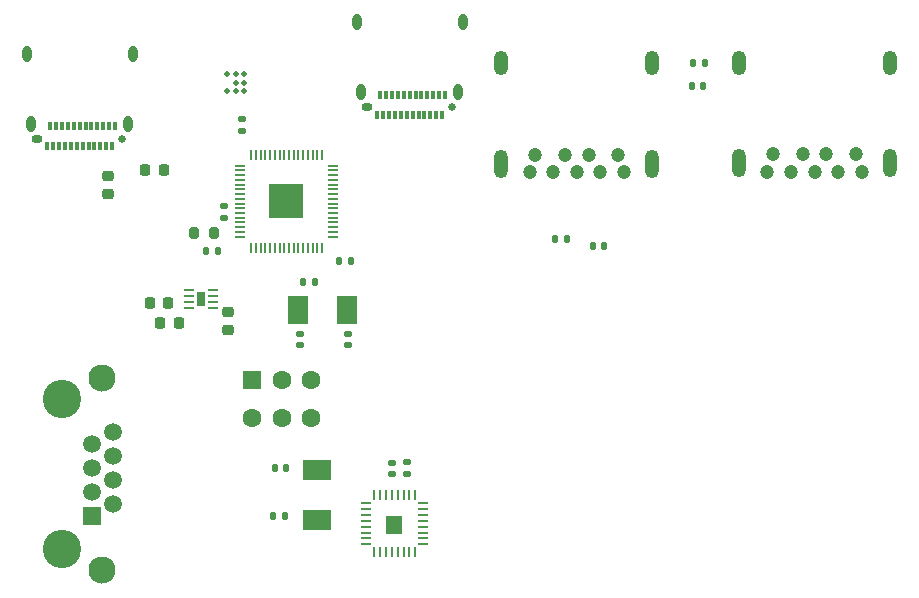
<source format=gts>
%TF.GenerationSoftware,KiCad,Pcbnew,(6.99.0-818-g79c7d55a40)*%
%TF.CreationDate,2022-02-15T05:40:37+08:00*%
%TF.ProjectId,Project,50726f6a-6563-4742-9e6b-696361645f70,rev?*%
%TF.SameCoordinates,Original*%
%TF.FileFunction,Soldermask,Top*%
%TF.FilePolarity,Negative*%
%FSLAX46Y46*%
G04 Gerber Fmt 4.6, Leading zero omitted, Abs format (unit mm)*
G04 Created by KiCad (PCBNEW (6.99.0-818-g79c7d55a40)) date 2022-02-15 05:40:37*
%MOMM*%
%LPD*%
G01*
G04 APERTURE LIST*
G04 Aperture macros list*
%AMRoundRect*
0 Rectangle with rounded corners*
0 $1 Rounding radius*
0 $2 $3 $4 $5 $6 $7 $8 $9 X,Y pos of 4 corners*
0 Add a 4 corners polygon primitive as box body*
4,1,4,$2,$3,$4,$5,$6,$7,$8,$9,$2,$3,0*
0 Add four circle primitives for the rounded corners*
1,1,$1+$1,$2,$3*
1,1,$1+$1,$4,$5*
1,1,$1+$1,$6,$7*
1,1,$1+$1,$8,$9*
0 Add four rect primitives between the rounded corners*
20,1,$1+$1,$2,$3,$4,$5,0*
20,1,$1+$1,$4,$5,$6,$7,0*
20,1,$1+$1,$6,$7,$8,$9,0*
20,1,$1+$1,$8,$9,$2,$3,0*%
G04 Aperture macros list end*
%ADD10O,0.950000X0.650000*%
%ADD11C,0.650000*%
%ADD12R,0.300000X0.700000*%
%ADD13O,0.800000X1.400000*%
%ADD14RoundRect,0.140000X-0.140000X-0.170000X0.140000X-0.170000X0.140000X0.170000X-0.140000X0.170000X0*%
%ADD15C,0.500000*%
%ADD16RoundRect,0.050000X0.350000X0.050000X-0.350000X0.050000X-0.350000X-0.050000X0.350000X-0.050000X0*%
%ADD17RoundRect,0.050000X0.050000X0.350000X-0.050000X0.350000X-0.050000X-0.350000X0.050000X-0.350000X0*%
%ADD18R,2.975000X2.875000*%
%ADD19R,2.400000X1.800000*%
%ADD20RoundRect,0.140000X0.170000X-0.140000X0.170000X0.140000X-0.170000X0.140000X-0.170000X-0.140000X0*%
%ADD21RoundRect,0.062500X-0.062500X0.375000X-0.062500X-0.375000X0.062500X-0.375000X0.062500X0.375000X0*%
%ADD22RoundRect,0.062500X-0.375000X0.062500X-0.375000X-0.062500X0.375000X-0.062500X0.375000X0.062500X0*%
%ADD23R,1.350000X1.500000*%
%ADD24RoundRect,0.135000X0.185000X-0.135000X0.185000X0.135000X-0.185000X0.135000X-0.185000X-0.135000X0*%
%ADD25RoundRect,0.135000X-0.135000X-0.185000X0.135000X-0.185000X0.135000X0.185000X-0.135000X0.185000X0*%
%ADD26R,1.800000X2.400000*%
%ADD27RoundRect,0.225000X-0.225000X-0.250000X0.225000X-0.250000X0.225000X0.250000X-0.225000X0.250000X0*%
%ADD28RoundRect,0.218750X-0.256250X0.218750X-0.256250X-0.218750X0.256250X-0.218750X0.256250X0.218750X0*%
%ADD29RoundRect,0.062500X-0.325000X-0.062500X0.325000X-0.062500X0.325000X0.062500X-0.325000X0.062500X0*%
%ADD30R,0.800000X1.200000*%
%ADD31R,1.600000X1.600000*%
%ADD32C,1.600000*%
%ADD33RoundRect,0.200000X-0.200000X-0.275000X0.200000X-0.275000X0.200000X0.275000X-0.200000X0.275000X0*%
%ADD34RoundRect,0.218750X-0.218750X-0.256250X0.218750X-0.256250X0.218750X0.256250X-0.218750X0.256250X0*%
%ADD35RoundRect,0.225000X0.250000X-0.225000X0.250000X0.225000X-0.250000X0.225000X-0.250000X-0.225000X0*%
%ADD36C,1.200000*%
%ADD37O,1.200000X2.400000*%
%ADD38O,1.200000X2.100000*%
%ADD39C,3.250000*%
%ADD40R,1.500000X1.500000*%
%ADD41C,1.500000*%
%ADD42C,2.300000*%
G04 APERTURE END LIST*
D10*
%TO.C,REF\u002A\u002A*%
X45294999Y-21758999D03*
D11*
X52495000Y-21759000D03*
D12*
X51644999Y-22418999D03*
X51144999Y-22418999D03*
X50644999Y-22418999D03*
X50144999Y-22418999D03*
X49644999Y-22418999D03*
X49144999Y-22418999D03*
X48644999Y-22418999D03*
X48144999Y-22418999D03*
X47644999Y-22418999D03*
X47144999Y-22418999D03*
X46644999Y-22418999D03*
X46144999Y-22418999D03*
X46394999Y-20718999D03*
X46894999Y-20718999D03*
X47394999Y-20718999D03*
X47894999Y-20718999D03*
X48394999Y-20718999D03*
X48894999Y-20718999D03*
X49394999Y-20718999D03*
X49894999Y-20718999D03*
X50394999Y-20718999D03*
X50894999Y-20718999D03*
X51394999Y-20718999D03*
X51894999Y-20718999D03*
D13*
X44404999Y-14558999D03*
X53384999Y-14558999D03*
X53024999Y-20508999D03*
X44764999Y-20508999D03*
%TD*%
D14*
%TO.C,C8*%
X72926000Y-18034000D03*
X73886000Y-18034000D03*
%TD*%
%TO.C,C10*%
X72799000Y-19939000D03*
X73759000Y-19939000D03*
%TD*%
D15*
%TO.C,U4*%
X34863000Y-20385000D03*
X34163000Y-20385000D03*
X33463000Y-20385000D03*
X34863000Y-19685000D03*
X34163000Y-19685000D03*
X34863000Y-18985000D03*
X34163000Y-18985000D03*
X33463000Y-18985000D03*
%TD*%
D16*
%TO.C,U2*%
X42431000Y-32718000D03*
X42431000Y-32318000D03*
X42431000Y-31918000D03*
X42431000Y-31518000D03*
X42431000Y-31118000D03*
X42431000Y-30718000D03*
X42431000Y-30318000D03*
X42431000Y-29918000D03*
X42431000Y-29518000D03*
X42431000Y-29118000D03*
X42431000Y-28718000D03*
X42431000Y-28318000D03*
X42431000Y-27918000D03*
X42431000Y-27518000D03*
X42431000Y-27118000D03*
X42431000Y-26718000D03*
D17*
X41481000Y-25768000D03*
X41081000Y-25768000D03*
X40681000Y-25768000D03*
X40281000Y-25768000D03*
X39881000Y-25768000D03*
X39481000Y-25768000D03*
X39081000Y-25768000D03*
X38681000Y-25768000D03*
X38281000Y-25768000D03*
X37881000Y-25768000D03*
X37481000Y-25768000D03*
X37081000Y-25768000D03*
X36681000Y-25768000D03*
X36281000Y-25768000D03*
X35881000Y-25768000D03*
X35481000Y-25768000D03*
D16*
X34531000Y-26718000D03*
X34531000Y-27118000D03*
X34531000Y-27518000D03*
X34531000Y-27918000D03*
X34531000Y-28318000D03*
X34531000Y-28718000D03*
X34531000Y-29118000D03*
X34531000Y-29518000D03*
X34531000Y-29918000D03*
X34531000Y-30318000D03*
X34531000Y-30718000D03*
X34531000Y-31118000D03*
X34531000Y-31518000D03*
X34531000Y-31918000D03*
X34531000Y-32318000D03*
X34531000Y-32718000D03*
D17*
X35481000Y-33668000D03*
X35881000Y-33668000D03*
X36281000Y-33668000D03*
X36681000Y-33668000D03*
X37081000Y-33668000D03*
X37481000Y-33668000D03*
X37881000Y-33668000D03*
X38281000Y-33668000D03*
X38681000Y-33668000D03*
X39081000Y-33668000D03*
X39481000Y-33668000D03*
X39881000Y-33668000D03*
X40281000Y-33668000D03*
X40681000Y-33668000D03*
X41081000Y-33668000D03*
X41481000Y-33668000D03*
D18*
X38430999Y-29717999D03*
%TD*%
D14*
%TO.C,C16*%
X37366000Y-56388000D03*
X38326000Y-56388000D03*
%TD*%
%TO.C,C15*%
X37493000Y-52324000D03*
X38453000Y-52324000D03*
%TD*%
D19*
%TO.C,Y2*%
X41071999Y-56709999D03*
X41071999Y-52509999D03*
%TD*%
D20*
%TO.C,C14*%
X47371000Y-52804000D03*
X47371000Y-51844000D03*
%TD*%
D21*
%TO.C,U3*%
X49375000Y-54585500D03*
X48875000Y-54585500D03*
X48375000Y-54585500D03*
X47875000Y-54585500D03*
X47375000Y-54585500D03*
X46875000Y-54585500D03*
X46375000Y-54585500D03*
X45875000Y-54585500D03*
D22*
X45187500Y-55273000D03*
X45187500Y-55773000D03*
X45187500Y-56273000D03*
X45187500Y-56773000D03*
X45187500Y-57273000D03*
X45187500Y-57773000D03*
X45187500Y-58273000D03*
X45187500Y-58773000D03*
D21*
X45875000Y-59460500D03*
X46375000Y-59460500D03*
X46875000Y-59460500D03*
X47375000Y-59460500D03*
X47875000Y-59460500D03*
X48375000Y-59460500D03*
X48875000Y-59460500D03*
X49375000Y-59460500D03*
D22*
X50062500Y-58773000D03*
X50062500Y-58273000D03*
X50062500Y-57773000D03*
X50062500Y-57273000D03*
X50062500Y-56773000D03*
X50062500Y-56273000D03*
X50062500Y-55773000D03*
X50062500Y-55273000D03*
D23*
X47574999Y-57122999D03*
%TD*%
D24*
%TO.C,R12*%
X48641000Y-52834000D03*
X48641000Y-51814000D03*
%TD*%
%TO.C,R9*%
X34671000Y-23751000D03*
X34671000Y-22731000D03*
%TD*%
D14*
%TO.C,C9*%
X64417000Y-33528000D03*
X65377000Y-33528000D03*
%TD*%
%TO.C,C11*%
X61242000Y-32893000D03*
X62202000Y-32893000D03*
%TD*%
D25*
%TO.C,R7*%
X31621000Y-33909000D03*
X32641000Y-33909000D03*
%TD*%
%TO.C,R4*%
X42924000Y-34798000D03*
X43944000Y-34798000D03*
%TD*%
D20*
%TO.C,C4*%
X43688000Y-41882000D03*
X43688000Y-40922000D03*
%TD*%
%TO.C,C5*%
X39624000Y-41882000D03*
X39624000Y-40922000D03*
%TD*%
D25*
%TO.C,R1*%
X39876000Y-36576000D03*
X40896000Y-36576000D03*
%TD*%
D26*
%TO.C,Y1*%
X39428999Y-38901499D03*
X43628999Y-38901499D03*
%TD*%
D27*
%TO.C,C3*%
X27800000Y-40005000D03*
X29350000Y-40005000D03*
%TD*%
D28*
%TO.C,L1*%
X33528000Y-39090500D03*
X33528000Y-40665500D03*
%TD*%
D27*
%TO.C,C1*%
X26911000Y-38354000D03*
X28461000Y-38354000D03*
%TD*%
D29*
%TO.C,U1*%
X30254500Y-37223000D03*
X30254500Y-37723000D03*
X30254500Y-38223000D03*
X30254500Y-38723000D03*
X32229500Y-38723000D03*
X32229500Y-38223000D03*
X32229500Y-37723000D03*
X32229500Y-37223000D03*
D30*
X31241999Y-37972999D03*
%TD*%
D31*
%TO.C,SW1*%
X35565499Y-44881999D03*
D32*
X38065500Y-44882000D03*
X40565500Y-44882000D03*
X35565500Y-48082000D03*
X38065500Y-48082000D03*
X40565500Y-48082000D03*
%TD*%
D24*
%TO.C,R3*%
X33147000Y-31117000D03*
X33147000Y-30097000D03*
%TD*%
D33*
%TO.C,R2*%
X30671000Y-32385000D03*
X32321000Y-32385000D03*
%TD*%
D34*
%TO.C,F1*%
X26517500Y-27051000D03*
X28092500Y-27051000D03*
%TD*%
D35*
%TO.C,C2*%
X23368000Y-29096000D03*
X23368000Y-27546000D03*
%TD*%
D36*
%TO.C,J2*%
X86685000Y-25732000D03*
X84185000Y-25732000D03*
X82185000Y-25732000D03*
X79685000Y-25732000D03*
X79185000Y-27232000D03*
X81185000Y-27232000D03*
X83185000Y-27232000D03*
X85185000Y-27232000D03*
X87185000Y-27232000D03*
D37*
X89584999Y-26481999D03*
D38*
X89584999Y-17981999D03*
D37*
X76784999Y-26481999D03*
D38*
X76784999Y-17981999D03*
%TD*%
D36*
%TO.C,J1*%
X66548000Y-25781000D03*
X64048000Y-25781000D03*
X62048000Y-25781000D03*
X59548000Y-25781000D03*
X59048000Y-27281000D03*
X61048000Y-27281000D03*
X63048000Y-27281000D03*
X65048000Y-27281000D03*
X67048000Y-27281000D03*
D38*
X56647999Y-18030999D03*
D37*
X56647999Y-26530999D03*
D38*
X69447999Y-18030999D03*
D37*
X69447999Y-26530999D03*
%TD*%
D39*
%TO.C,REF\u002A\u002A*%
X19431000Y-46478000D03*
X19431000Y-59178000D03*
D40*
X21970999Y-56387999D03*
D41*
X23751000Y-55372000D03*
X21971000Y-54356000D03*
X23751000Y-53340000D03*
X21971000Y-52324000D03*
X23751000Y-51308000D03*
X21971000Y-50292000D03*
X23751000Y-49276000D03*
D42*
X22861000Y-44698000D03*
X22861000Y-60958000D03*
%TD*%
D10*
%TO.C,P1*%
X17354999Y-24425999D03*
D11*
X24555000Y-24426000D03*
D12*
X23704999Y-25085999D03*
X23204999Y-25085999D03*
X22704999Y-25085999D03*
X22204999Y-25085999D03*
X21704999Y-25085999D03*
X21204999Y-25085999D03*
X20704999Y-25085999D03*
X20204999Y-25085999D03*
X19704999Y-25085999D03*
X19204999Y-25085999D03*
X18704999Y-25085999D03*
X18204999Y-25085999D03*
X18454999Y-23385999D03*
X18954999Y-23385999D03*
X19454999Y-23385999D03*
X19954999Y-23385999D03*
X20454999Y-23385999D03*
X20954999Y-23385999D03*
X21454999Y-23385999D03*
X21954999Y-23385999D03*
X22454999Y-23385999D03*
X22954999Y-23385999D03*
X23454999Y-23385999D03*
X23954999Y-23385999D03*
D13*
X16464999Y-17225999D03*
X25444999Y-17225999D03*
X25084999Y-23175999D03*
X16824999Y-23175999D03*
%TD*%
M02*

</source>
